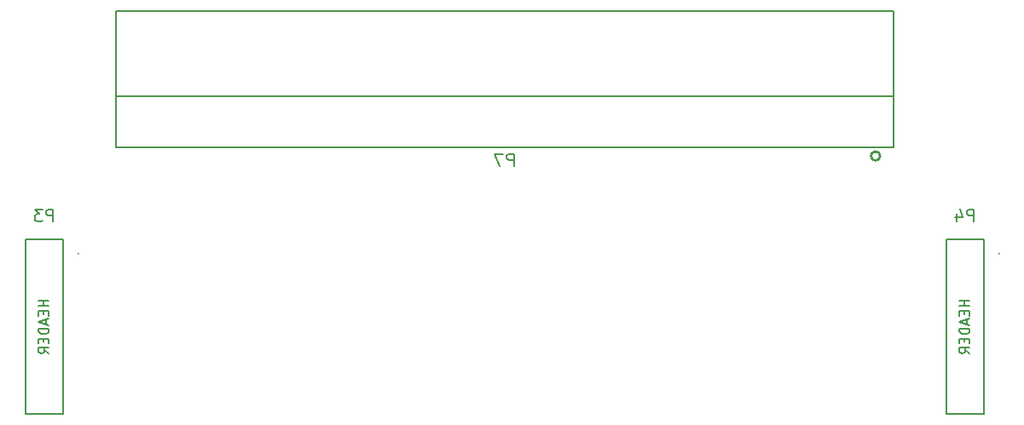
<source format=gbo>
G04 #@! TF.FileFunction,Legend,Bot*
%FSLAX46Y46*%
G04 Gerber Fmt 4.6, Leading zero omitted, Abs format (unit mm)*
G04 Created by KiCad (PCBNEW (2015-04-19 BZR 5613)-product) date 6/23/2015 7:30:16 PM*
%MOMM*%
G01*
G04 APERTURE LIST*
%ADD10C,0.100000*%
%ADD11C,0.200000*%
%ADD12C,0.254000*%
%ADD13C,0.150000*%
G04 APERTURE END LIST*
D10*
D11*
X178300000Y-85090000D02*
X178300000Y-76550000D01*
X178300000Y-76550000D02*
X101090000Y-76550000D01*
X101090000Y-76550000D02*
X101090000Y-85140000D01*
D12*
X176971774Y-90990000D02*
G75*
G03X176971774Y-90990000I-451774J0D01*
G01*
D11*
X178308000Y-90170000D02*
X101092000Y-90170000D01*
X101092000Y-90170000D02*
X101092000Y-85090000D01*
X101092000Y-85090000D02*
X178308000Y-85090000D01*
X178308000Y-85090000D02*
X178308000Y-86360000D01*
X178308000Y-86340000D02*
X178308000Y-88880000D01*
X178308000Y-88900000D02*
X178308000Y-90170000D01*
D13*
X95880000Y-99250000D02*
X92080000Y-99250000D01*
X92080000Y-99250000D02*
X92080000Y-116650000D01*
X92080000Y-116650000D02*
X95880000Y-116650000D01*
X95880000Y-116650000D02*
X95880000Y-99250000D01*
X97373852Y-100690000D02*
G75*
G03X97373852Y-100690000I-53852J0D01*
G01*
X187320000Y-99250000D02*
X183520000Y-99250000D01*
X183520000Y-99250000D02*
X183520000Y-116650000D01*
X183520000Y-116650000D02*
X187320000Y-116650000D01*
X187320000Y-116650000D02*
X187320000Y-99250000D01*
X188813852Y-100690000D02*
G75*
G03X188813852Y-100690000I-53852J0D01*
G01*
D11*
X140595714Y-91982857D02*
X140595714Y-90782857D01*
X140138571Y-90782857D01*
X140024285Y-90840000D01*
X139967142Y-90897143D01*
X139909999Y-91011429D01*
X139909999Y-91182857D01*
X139967142Y-91297143D01*
X140024285Y-91354286D01*
X140138571Y-91411429D01*
X140595714Y-91411429D01*
X139509999Y-90782857D02*
X138709999Y-90782857D01*
X139224285Y-91982857D01*
X94865714Y-97492857D02*
X94865714Y-96292857D01*
X94408571Y-96292857D01*
X94294285Y-96350000D01*
X94237142Y-96407143D01*
X94179999Y-96521429D01*
X94179999Y-96692857D01*
X94237142Y-96807143D01*
X94294285Y-96864286D01*
X94408571Y-96921429D01*
X94865714Y-96921429D01*
X93779999Y-96292857D02*
X93037142Y-96292857D01*
X93437142Y-96750000D01*
X93265714Y-96750000D01*
X93151428Y-96807143D01*
X93094285Y-96864286D01*
X93037142Y-96978571D01*
X93037142Y-97264286D01*
X93094285Y-97378571D01*
X93151428Y-97435714D01*
X93265714Y-97492857D01*
X93608571Y-97492857D01*
X93722857Y-97435714D01*
X93779999Y-97378571D01*
D13*
X94432381Y-105330952D02*
X93432381Y-105330952D01*
X93908571Y-105330952D02*
X93908571Y-105902381D01*
X94432381Y-105902381D02*
X93432381Y-105902381D01*
X93908571Y-106378571D02*
X93908571Y-106711905D01*
X94432381Y-106854762D02*
X94432381Y-106378571D01*
X93432381Y-106378571D01*
X93432381Y-106854762D01*
X94146667Y-107235714D02*
X94146667Y-107711905D01*
X94432381Y-107140476D02*
X93432381Y-107473809D01*
X94432381Y-107807143D01*
X94432381Y-108140476D02*
X93432381Y-108140476D01*
X93432381Y-108378571D01*
X93480000Y-108521429D01*
X93575238Y-108616667D01*
X93670476Y-108664286D01*
X93860952Y-108711905D01*
X94003810Y-108711905D01*
X94194286Y-108664286D01*
X94289524Y-108616667D01*
X94384762Y-108521429D01*
X94432381Y-108378571D01*
X94432381Y-108140476D01*
X93908571Y-109140476D02*
X93908571Y-109473810D01*
X94432381Y-109616667D02*
X94432381Y-109140476D01*
X93432381Y-109140476D01*
X93432381Y-109616667D01*
X94432381Y-110616667D02*
X93956190Y-110283333D01*
X94432381Y-110045238D02*
X93432381Y-110045238D01*
X93432381Y-110426191D01*
X93480000Y-110521429D01*
X93527619Y-110569048D01*
X93622857Y-110616667D01*
X93765714Y-110616667D01*
X93860952Y-110569048D01*
X93908571Y-110521429D01*
X93956190Y-110426191D01*
X93956190Y-110045238D01*
D11*
X186305714Y-97492857D02*
X186305714Y-96292857D01*
X185848571Y-96292857D01*
X185734285Y-96350000D01*
X185677142Y-96407143D01*
X185619999Y-96521429D01*
X185619999Y-96692857D01*
X185677142Y-96807143D01*
X185734285Y-96864286D01*
X185848571Y-96921429D01*
X186305714Y-96921429D01*
X184591428Y-96692857D02*
X184591428Y-97492857D01*
X184877142Y-96235714D02*
X185162857Y-97092857D01*
X184419999Y-97092857D01*
D13*
X185872381Y-105330952D02*
X184872381Y-105330952D01*
X185348571Y-105330952D02*
X185348571Y-105902381D01*
X185872381Y-105902381D02*
X184872381Y-105902381D01*
X185348571Y-106378571D02*
X185348571Y-106711905D01*
X185872381Y-106854762D02*
X185872381Y-106378571D01*
X184872381Y-106378571D01*
X184872381Y-106854762D01*
X185586667Y-107235714D02*
X185586667Y-107711905D01*
X185872381Y-107140476D02*
X184872381Y-107473809D01*
X185872381Y-107807143D01*
X185872381Y-108140476D02*
X184872381Y-108140476D01*
X184872381Y-108378571D01*
X184920000Y-108521429D01*
X185015238Y-108616667D01*
X185110476Y-108664286D01*
X185300952Y-108711905D01*
X185443810Y-108711905D01*
X185634286Y-108664286D01*
X185729524Y-108616667D01*
X185824762Y-108521429D01*
X185872381Y-108378571D01*
X185872381Y-108140476D01*
X185348571Y-109140476D02*
X185348571Y-109473810D01*
X185872381Y-109616667D02*
X185872381Y-109140476D01*
X184872381Y-109140476D01*
X184872381Y-109616667D01*
X185872381Y-110616667D02*
X185396190Y-110283333D01*
X185872381Y-110045238D02*
X184872381Y-110045238D01*
X184872381Y-110426191D01*
X184920000Y-110521429D01*
X184967619Y-110569048D01*
X185062857Y-110616667D01*
X185205714Y-110616667D01*
X185300952Y-110569048D01*
X185348571Y-110521429D01*
X185396190Y-110426191D01*
X185396190Y-110045238D01*
M02*

</source>
